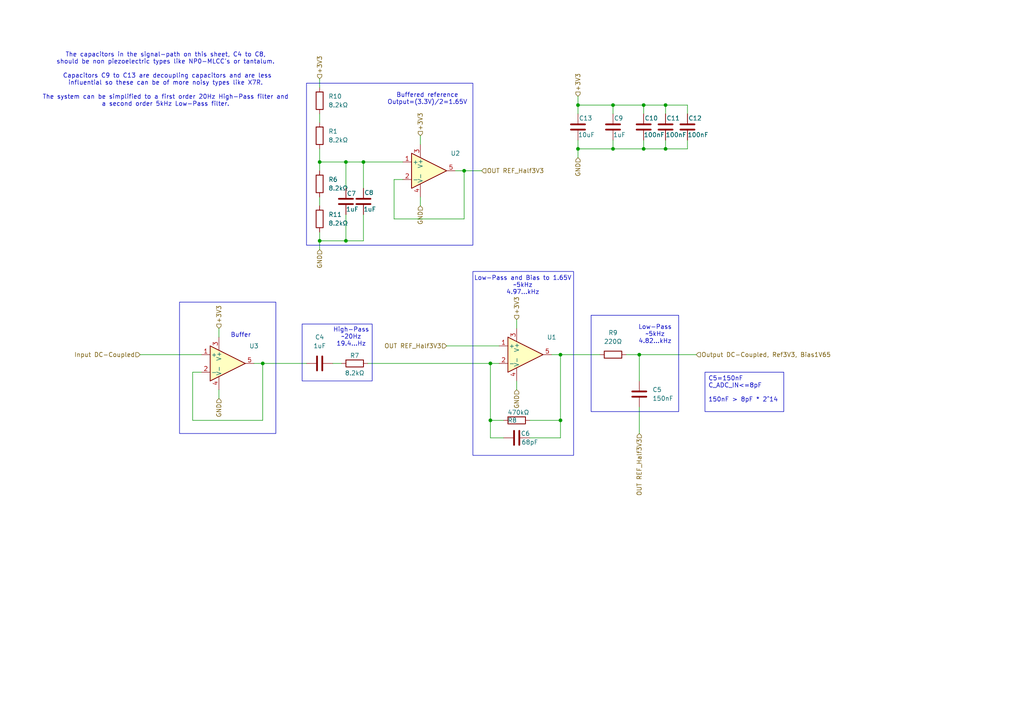
<source format=kicad_sch>
(kicad_sch (version 20231120) (generator "eeschema") (generator_version "8.0")
  (paper "A4")
  (lib_symbols
    (symbol "Device:C" (pin_numbers hide) (pin_names (offset 0.254))
      (property "Reference" "C" (at 0.635 2.54 0))
      (property "Value" "C" (at 0.635 -2.54 0))
      (symbol "C_0_1"
        (polyline (pts (xy -2.032 -0.762) (xy 2.032 -0.762)) (stroke (width 0.508)))
        (polyline (pts (xy -2.032 0.762) (xy 2.032 0.762)) (stroke (width 0.508)))
      )
      (symbol "C_1_1"
        (pin passive line (at 0 3.81 270) (length 2.794) (name "~") (number "1"))
        (pin passive line (at 0 -3.81 90) (length 2.794) (name "~") (number "2"))
      )
    )
    (symbol "Device:R" (pin_numbers hide) (pin_names (offset 0))
      (property "Reference" "R" (at 2.032 0 90))
      (property "Value" "R" (at 0 0 90))
      (symbol "R_0_1"
        (rectangle (start -1.016 -2.54) (end 1.016 2.54) (stroke (width 0.254)))
      )
      (symbol "R_1_1"
        (pin passive line (at 0 3.81 270) (length 1.27) (name "~") (number "1"))
        (pin passive line (at 0 -3.81 90) (length 1.27) (name "~") (number "2"))
      )
    )
    (symbol "Simulation_SPICE:OPAMP" (pin_names (offset 0.254))
      (property "Reference" "U" (at 3.81 3.175 0))
      (property "Value" "${SIM.PARAMS}" (at 3.81 -3.175 0))
      (symbol "OPAMP_0_1"
        (polyline (pts (xy 5.08 0) (xy -5.08 5.08) (xy -5.08 -5.08) (xy 5.08 0)) (stroke (width 0.254)) (fill (type background)))
      )
      (symbol "OPAMP_1_1"
        (pin input line (at -7.62 2.54 0) (length 2.54) (name "+") (number "1"))
        (pin input line (at -7.62 -2.54 0) (length 2.54) (name "-") (number "2"))
        (pin power_in line (at -2.54 7.62 270) (length 3.81) (name "V+") (number "3"))
        (pin power_in line (at -2.54 -7.62 90) (length 3.81) (name "V-") (number "4"))
        (pin output line (at 7.62 0 180) (length 2.54) (name "~") (number "5"))
      )
    )
  )
  (junction (at 186.69 43.18))
  (junction (at 76.2 105.41))
  (junction (at 162.56 102.87))
  (junction (at 167.64 43.18))
  (junction (at 92.71 46.99))
  (junction (at 193.04 30.48))
  (junction (at 167.64 30.48))
  (junction (at 177.8 30.48))
  (junction (at 162.56 121.92))
  (junction (at 92.71 69.85))
  (junction (at 134.62 49.53))
  (junction (at 100.33 69.85))
  (junction (at 193.04 43.18))
  (junction (at 185.42 102.87))
  (junction (at 105.41 46.99))
  (junction (at 100.33 46.99))
  (junction (at 186.69 30.48))
  (junction (at 142.24 105.41))
  (junction (at 142.24 121.92))
  (junction (at 177.8 43.18))
  (wire (pts (xy 92.71 67.31) (xy 92.71 69.85)))
  (wire (pts (xy 105.41 46.99) (xy 105.41 54.61)))
  (wire (pts (xy 201.93 102.87) (xy 185.42 102.87)))
  (wire (pts (xy 199.39 40.64) (xy 199.39 43.18)))
  (wire (pts (xy 185.42 118.11) (xy 185.42 125.73)))
  (wire (pts (xy 100.33 62.23) (xy 100.33 69.85)))
  (wire (pts (xy 162.56 121.92) (xy 153.67 121.92)))
  (wire (pts (xy 58.42 107.95) (xy 55.88 107.95)))
  (wire (pts (xy 92.71 22.86) (xy 92.71 25.4)))
  (wire (pts (xy 63.5 95.25) (xy 63.5 97.79)))
  (wire (pts (xy 114.3 63.5) (xy 114.3 52.07)))
  (wire (pts (xy 76.2 105.41) (xy 73.66 105.41)))
  (wire (pts (xy 177.8 30.48) (xy 186.69 30.48)))
  (wire (pts (xy 177.8 30.48) (xy 177.8 33.02)))
  (wire (pts (xy 76.2 105.41) (xy 88.9 105.41)))
  (wire (pts (xy 76.2 121.92) (xy 76.2 105.41)))
  (wire (pts (xy 199.39 33.02) (xy 199.39 30.48)))
  (wire (pts (xy 185.42 110.49) (xy 185.42 102.87)))
  (wire (pts (xy 114.3 52.07) (xy 116.84 52.07)))
  (wire (pts (xy 160.02 102.87) (xy 162.56 102.87)))
  (wire (pts (xy 55.88 107.95) (xy 55.88 121.92)))
  (wire (pts (xy 105.41 46.99) (xy 116.84 46.99)))
  (wire (pts (xy 121.92 39.37) (xy 121.92 41.91)))
  (wire (pts (xy 162.56 102.87) (xy 173.99 102.87)))
  (wire (pts (xy 162.56 127) (xy 162.56 121.92)))
  (wire (pts (xy 193.04 43.18) (xy 186.69 43.18)))
  (wire (pts (xy 181.61 102.87) (xy 185.42 102.87)))
  (wire (pts (xy 134.62 49.53) (xy 134.62 63.5)))
  (wire (pts (xy 167.64 30.48) (xy 177.8 30.48)))
  (wire (pts (xy 129.54 100.33) (xy 144.78 100.33)))
  (wire (pts (xy 40.64 102.87) (xy 58.42 102.87)))
  (wire (pts (xy 55.88 121.92) (xy 76.2 121.92)))
  (wire (pts (xy 153.67 127) (xy 162.56 127)))
  (wire (pts (xy 105.41 62.23) (xy 105.41 69.85)))
  (wire (pts (xy 186.69 30.48) (xy 186.69 33.02)))
  (wire (pts (xy 92.71 33.02) (xy 92.71 35.56)))
  (wire (pts (xy 105.41 69.85) (xy 100.33 69.85)))
  (wire (pts (xy 167.64 40.64) (xy 167.64 43.18)))
  (wire (pts (xy 92.71 46.99) (xy 92.71 49.53)))
  (wire (pts (xy 199.39 43.18) (xy 193.04 43.18)))
  (wire (pts (xy 134.62 49.53) (xy 139.7 49.53)))
  (wire (pts (xy 177.8 43.18) (xy 167.64 43.18)))
  (wire (pts (xy 100.33 46.99) (xy 100.33 54.61)))
  (wire (pts (xy 146.05 127) (xy 142.24 127)))
  (wire (pts (xy 193.04 40.64) (xy 193.04 43.18)))
  (wire (pts (xy 92.71 69.85) (xy 92.71 72.39)))
  (wire (pts (xy 177.8 40.64) (xy 177.8 43.18)))
  (wire (pts (xy 146.05 121.92) (xy 142.24 121.92)))
  (wire (pts (xy 167.64 43.18) (xy 167.64 45.72)))
  (wire (pts (xy 193.04 30.48) (xy 199.39 30.48)))
  (wire (pts (xy 186.69 40.64) (xy 186.69 43.18)))
  (wire (pts (xy 92.71 46.99) (xy 100.33 46.99)))
  (wire (pts (xy 186.69 30.48) (xy 193.04 30.48)))
  (wire (pts (xy 134.62 63.5) (xy 114.3 63.5)))
  (wire (pts (xy 96.52 105.41) (xy 99.06 105.41)))
  (wire (pts (xy 100.33 46.99) (xy 105.41 46.99)))
  (wire (pts (xy 149.86 110.49) (xy 149.86 113.03)))
  (wire (pts (xy 186.69 43.18) (xy 177.8 43.18)))
  (wire (pts (xy 142.24 121.92) (xy 142.24 105.41)))
  (wire (pts (xy 167.64 30.48) (xy 167.64 33.02)))
  (wire (pts (xy 106.68 105.41) (xy 142.24 105.41)))
  (wire (pts (xy 167.64 27.94) (xy 167.64 30.48)))
  (wire (pts (xy 100.33 69.85) (xy 92.71 69.85)))
  (wire (pts (xy 63.5 113.03) (xy 63.5 115.57)))
  (wire (pts (xy 132.08 49.53) (xy 134.62 49.53)))
  (wire (pts (xy 92.71 43.18) (xy 92.71 46.99)))
  (wire (pts (xy 149.86 92.71) (xy 149.86 95.25)))
  (wire (pts (xy 162.56 102.87) (xy 162.56 121.92)))
  (wire (pts (xy 142.24 127) (xy 142.24 121.92)))
  (wire (pts (xy 92.71 57.15) (xy 92.71 59.69)))
  (wire (pts (xy 142.24 105.41) (xy 144.78 105.41)))
  (wire (pts (xy 193.04 30.48) (xy 193.04 33.02)))
  (wire (pts (xy 121.92 57.15) (xy 121.92 59.69)))
  (rectangle (start 171.45 91.44) (end 196.85 119.38))
  (rectangle (start 52.07 87.63) (end 80.01 125.73))
  (rectangle (start 88.9 24.13) (end 137.16 71.12))
  (rectangle (start 137.16 78.74) (end 166.37 132.08))
  (rectangle (start 87.63 93.98) (end 107.95 110.49))
  (text_box "C5=150nF\nC_ADC_IN<=8pF\n\n150nF > 8pF * 2^14" (at 204.47 107.95 0) (size 22.86 11.43) (effects (font (size 1.27 1.27)) (justify left top)))
  (text "Buffer" (at 69.85 97.282 0) (effects (font (size 1.27 1.27))))
  (text "Buffered reference\nOutput=(3.3V)/2=1.65V" (at 123.952 28.702 0) (effects (font (size 1.27 1.27))))
  (text "High-Pass\n~20Hz\n19.4...Hz" (at 101.854 97.79 0) (effects (font (size 1.27 1.27))))
  (text "The capacitors in the signal-path on this sheet, C4 to C8, \nshould be non piezoelectric types like NP0-MLCC's or tantalum. \n\nCapacitors C9 to C13 are decoupling capacitors and are less\ninfluential so these can be of more noisy types like X7R. \n\nThe system can be simplified to a first order 20Hz High-Pass filter and \na second order 5kHz Low-Pass filter. " (at 48.514 23.114 0) (effects (font (size 1.27 1.27))))
  (text "Low-Pass\n~5kHz\n4.82...kHz" (at 189.992 97.028 0) (effects (font (size 1.27 1.27))))
  (text "Low-Pass and Bias to 1.65V\n~5kHz\n4.97...kHz" (at 151.638 82.804 0) (effects (font (size 1.27 1.27))))
  (hierarchical_label "GND" (shape input) (at 92.71 72.39 270))
  (hierarchical_label "OUT REF_Half3V3" (shape input) (at 139.7 49.53 0))
  (hierarchical_label "GND" (shape input) (at 63.5 115.57 270))
  (hierarchical_label "+3V3" (shape input) (at 149.86 92.71 90))
  (hierarchical_label "+3V3" (shape input) (at 92.71 22.86 90))
  (hierarchical_label "Input DC-Coupled" (shape input) (at 40.64 102.87 180))
  (hierarchical_label "GND" (shape input) (at 149.86 113.03 270))
  (hierarchical_label "+3V3" (shape input) (at 121.92 39.37 90))
  (hierarchical_label "+3V3" (shape input) (at 167.64 27.94 90))
  (hierarchical_label "Output DC-Coupled, Ref3V3, Bias1V65" (shape input) (at 201.93 102.87 0))
  (hierarchical_label "+3V3" (shape input) (at 63.5 95.25 90))
  (hierarchical_label "GND" (shape input) (at 167.64 45.72 270))
  (hierarchical_label "OUT REF_Half3V3" (shape input) (at 129.54 100.33 180))
  (hierarchical_label "OUT REF_Half3V3" (shape input) (at 185.42 125.73 270))
  (hierarchical_label "GND" (shape input) (at 121.92 59.69 270))
  (symbol (lib_id "Device:R") (at 92.71 53.34 0) (unit 1)
    (property "Reference" "R6" (at 95.25 52.0699 0) (effects (justify left)))
    (property "Value" "8.2kΩ" (at 95.25 54.6099 0) (effects (justify left)))
    (property "Description" "Resistor" (effects (hide yes)))
  )
  (symbol (lib_id "Device:R") (at 177.8 102.87 90) (unit 1)
    (property "Reference" "R9" (at 177.8 96.52 90))
    (property "Value" "220Ω" (at 177.8 99.06 90))
    (property "Description" "Resistor" (effects (hide yes)))
  )
  (symbol (lib_id "Device:R") (at 102.87 105.41 90) (unit 1)
    (property "Reference" "R7" (at 102.87 103.124 90))
    (property "Value" "8.2kΩ" (at 102.87 108.204 90))
    (property "Description" "Resistor" (effects (hide yes)))
  )
  (symbol (lib_id "Device:C") (at 105.41 58.42 0) (unit 1)
    (property "Reference" "C8" (at 105.664 55.88 0) (effects (justify left)))
    (property "Value" "1uF" (at 105.41 60.706 0) (effects (justify left)))
    (property "Description" "Unpolarized capacitor" (effects (hide yes)))
  )
  (symbol (lib_id "Device:C") (at 199.39 36.83 0) (unit 1)
    (property "Reference" "C12" (at 199.644 34.29 0) (effects (justify left)))
    (property "Value" "100nF" (at 199.39 39.116 0) (effects (justify left)))
    (property "Description" "Unpolarized capacitor" (effects (hide yes)))
  )
  (symbol (lib_id "Simulation_SPICE:OPAMP") (at 66.04 105.41 0) (unit 1)
    (property "Reference" "U3" (at 73.66 100.3614 0))
    (property "Value" "${SIM.PARAMS}" (at 73.66 102.2665 0))
    (property "Datasheet" "https://ngspice.sourceforge.io/docs/ngspice-html-manual/manual.xhtml#sec__SUBCKT_Subcircuits" (effects (hide yes)))
    (property "Description" "Operational amplifier, single, node sequence=1:+ 2:- 3:OUT 4:V+ 5:V-" (effects (hide yes)))
    (property "Sim.Pins" "1=in+ 2=in- 3=vcc 4=vee 5=out" (effects (hide yes)))
    (property "Sim.Device" "SUBCKT" (effects (hide yes)))
    (property "Sim.Library" "${KICAD8_SYMBOL_DIR}/Simulation_SPICE.sp" (effects (hide yes)))
    (property "Sim.Name" "kicad_builtin_opamp" (effects (hide yes)))
  )
  (symbol (lib_id "Device:R") (at 92.71 29.21 0) (unit 1)
    (property "Reference" "R10" (at 95.25 27.9399 0) (effects (justify left)))
    (property "Value" "8.2kΩ" (at 95.25 30.4799 0) (effects (justify left)))
    (property "Description" "Resistor" (effects (hide yes)))
  )
  (symbol (lib_id "Device:R") (at 149.86 121.92 90) (unit 1)
    (property "Reference" "R8" (at 148.59 121.92 90))
    (property "Value" "470kΩ" (at 150.368 119.634 90))
    (property "Description" "Resistor" (effects (hide yes)))
  )
  (symbol (lib_id "Device:R") (at 92.71 63.5 0) (unit 1)
    (property "Reference" "R11" (at 95.25 62.2299 0) (effects (justify left)))
    (property "Value" "8.2kΩ" (at 95.25 64.7699 0) (effects (justify left)))
    (property "Description" "Resistor" (effects (hide yes)))
  )
  (symbol (lib_id "Device:C") (at 193.04 36.83 0) (unit 1)
    (property "Reference" "C11" (at 193.294 34.29 0) (effects (justify left)))
    (property "Value" "100nF" (at 193.04 39.116 0) (effects (justify left)))
    (property "Description" "Unpolarized capacitor" (effects (hide yes)))
  )
  (symbol (lib_id "Device:C") (at 185.42 114.3 0) (unit 1)
    (property "Reference" "C5" (at 189.23 113.0299 0) (effects (justify left)))
    (property "Value" "150nF" (at 189.23 115.5699 0) (effects (justify left)))
    (property "Description" "Unpolarized capacitor" (effects (hide yes)))
  )
  (symbol (lib_id "Device:C") (at 92.71 105.41 90) (unit 1)
    (property "Reference" "C4" (at 92.71 97.79 90))
    (property "Value" "1uF" (at 92.71 100.33 90))
    (property "Description" "Unpolarized capacitor" (effects (hide yes)))
  )
  (symbol (lib_id "Device:C") (at 186.69 36.83 0) (unit 1)
    (property "Reference" "C10" (at 186.944 34.29 0) (effects (justify left)))
    (property "Value" "100nF" (at 186.69 39.116 0) (effects (justify left)))
    (property "Description" "Unpolarized capacitor" (effects (hide yes)))
  )
  (symbol (lib_id "Simulation_SPICE:OPAMP") (at 152.4 102.87 0) (unit 1)
    (property "Reference" "U1" (at 160.02 97.8214 0))
    (property "Value" "${SIM.PARAMS}" (at 160.02 99.7265 0))
    (property "Datasheet" "https://ngspice.sourceforge.io/docs/ngspice-html-manual/manual.xhtml#sec__SUBCKT_Subcircuits" (effects (hide yes)))
    (property "Description" "Operational amplifier, single, node sequence=1:+ 2:- 3:OUT 4:V+ 5:V-" (effects (hide yes)))
    (property "Sim.Pins" "1=in+ 2=in- 3=vcc 4=vee 5=out" (effects (hide yes)))
    (property "Sim.Device" "SUBCKT" (effects (hide yes)))
    (property "Sim.Library" "${KICAD8_SYMBOL_DIR}/Simulation_SPICE.sp" (effects (hide yes)))
    (property "Sim.Name" "kicad_builtin_opamp" (effects (hide yes)))
  )
  (symbol (lib_id "Device:C") (at 167.64 36.83 0) (unit 1)
    (property "Reference" "C13" (at 167.894 34.29 0) (effects (justify left)))
    (property "Value" "10uF" (at 167.64 39.116 0) (effects (justify left)))
    (property "Description" "Unpolarized capacitor" (effects (hide yes)))
  )
  (symbol (lib_id "Device:C") (at 100.33 58.42 0) (unit 1)
    (property "Reference" "C7" (at 100.584 56.134 0) (effects (justify left)))
    (property "Value" "1uF" (at 100.33 60.706 0) (effects (justify left)))
    (property "Description" "Unpolarized capacitor" (effects (hide yes)))
  )
  (symbol (lib_id "Device:C") (at 177.8 36.83 0) (unit 1)
    (property "Reference" "C9" (at 178.054 34.29 0) (effects (justify left)))
    (property "Value" "1uF" (at 177.8 39.116 0) (effects (justify left)))
    (property "Description" "Unpolarized capacitor" (effects (hide yes)))
  )
  (symbol (lib_id "Device:C") (at 149.86 127 90) (unit 1)
    (property "Reference" "C6" (at 152.4 125.73 90))
    (property "Value" "68pF" (at 153.67 128.27 90))
    (property "Description" "Unpolarized capacitor" (effects (hide yes)))
  )
  (symbol (lib_id "Simulation_SPICE:OPAMP") (at 124.46 49.53 0) (unit 1)
    (property "Reference" "U2" (at 132.08 44.4814 0))
    (property "Value" "${SIM.PARAMS}" (at 132.08 46.3865 0))
    (property "Datasheet" "https://ngspice.sourceforge.io/docs/ngspice-html-manual/manual.xhtml#sec__SUBCKT_Subcircuits" (effects (hide yes)))
    (property "Description" "Operational amplifier, single, node sequence=1:+ 2:- 3:OUT 4:V+ 5:V-" (effects (hide yes)))
    (property "Sim.Pins" "1=in+ 2=in- 3=vcc 4=vee 5=out" (effects (hide yes)))
    (property "Sim.Device" "SUBCKT" (effects (hide yes)))
    (property "Sim.Library" "${KICAD8_SYMBOL_DIR}/Simulation_SPICE.sp" (effects (hide yes)))
    (property "Sim.Name" "kicad_builtin_opamp" (effects (hide yes)))
  )
  (symbol (lib_id "Device:R") (at 92.71 39.37 0) (unit 1)
    (property "Reference" "R1" (at 95.25 38.0999 0) (effects (justify left)))
    (property "Value" "8.2kΩ" (at 95.25 40.6399 0) (effects (justify left)))
    (property "Description" "Resistor" (effects (hide yes)))
  )
)
</source>
